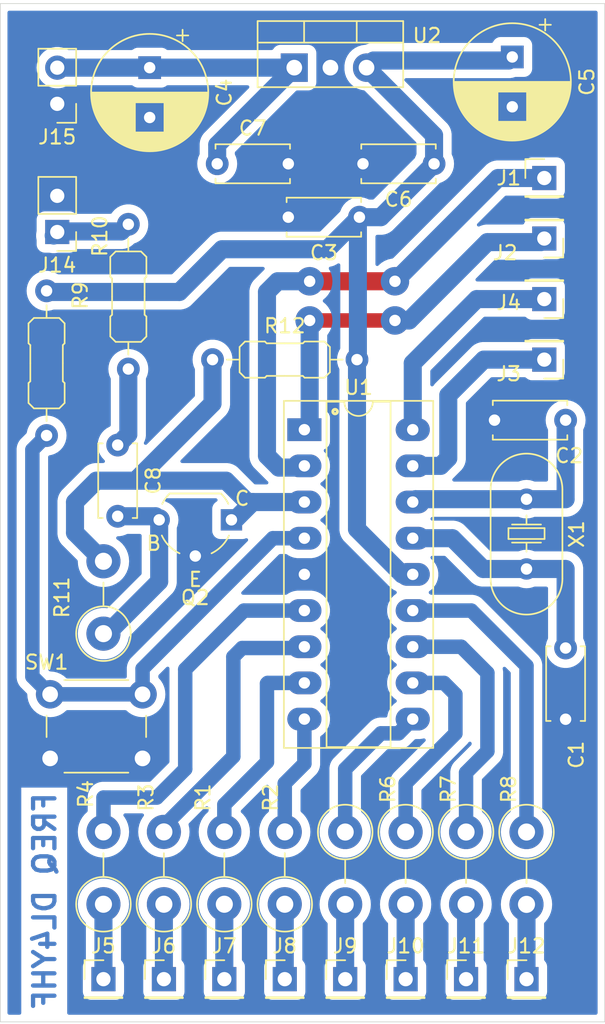
<source format=kicad_pcb>
(kicad_pcb (version 20240108) (generator "pcbnew") (generator_version "8.0")
  (layers (0 "F.Cu" signal) (31 "B.Cu" signal) (34 "B.Paste" user) (35 "F.Paste" user) (36 "B.SilkS" user "B.Silkscreen") (37 "F.SilkS" user "F.Silkscreen") (38 "B.Mask" user) (39 "F.Mask" user) (44 "Edge.Cuts" user))
  (net 0 "")
  (net 1 "Net-(U1-CLKOUT{slash}OSC2{slash}RA6)")
  (net 2 "GND")
  (net 3 "Net-(U1-CLKIN{slash}OSC1{slash}RA7)")
  (net 4 "Net-(J15-Pin_2)")
  (net 5 "Net-(J1-Pin_1)")
  (net 6 "Net-(J5-Pin_1)")
  (net 7 "Net-(J6-Pin_1)")
  (net 8 "Net-(J7-Pin_1)")
  (net 9 "Net-(J8-Pin_1)")
  (net 10 "Net-(J9-Pin_1)")
  (net 11 "Net-(J10-Pin_1)")
  (net 12 "Net-(J11-Pin_1)")
  (net 13 "Net-(J12-Pin_1)")
  (net 14 "Net-(J14-Pin_1)")
  (net 15 "Net-(U1-RB2{slash}TX{slash}CK)")
  (net 16 "Net-(U1-RB3{slash}CCP1)")
  (net 17 "Net-(U1-RB1{slash}RX{slash}DT)")
  (net 18 "Net-(U1-RB0{slash}INT)")
  (net 19 "Net-(U1-RB4{slash}PGM)")
  (net 20 "Net-(U1-RB5)")
  (net 21 "Net-(U1-RB6{slash}T1OSC0{slash}T1CKI{slash}PGC)")
  (net 22 "Net-(U1-RB7{slash}T1OSI{slash}PGD)")
  (net 23 "Net-(U1-~{MCLR}{slash}Vpp{slash}RA5)")
  (net 24 "Net-(U1-VDD)")
  (net 25 "Net-(Q2-B)")
  (net 26 "Net-(C8-Pad1)")
  (net 27 "Net-(J2-Pin_1)")
  (net 28 "Net-(J3-Pin_1)")
  (net 29 "Net-(J4-Pin_1)")
  (net 30 "Net-(Q2-C)")
  (footprint "PCM_Package_DIP_AKL:DIP-18_W7.62mm_Socket_LongPads" (layer "F.Cu") (at 159.63 102.92)
    (property "Reference" "U1" (at 3.81 -2.965 0) (layer "F.SilkS"))
    (property "Value" "PIC16F628-xxIP" (hide yes))
    (pad "1" thru_hole rect (at 0 0) (size 2.4 1.6) (drill 0.8) (layers "*.Cu" "*.Mask") (net 27 "Net-(J2-Pin_1)"))
    (pad "2" thru_hole oval (at 0 2.54) (size 2.4 1.6) (drill 0.8) (layers "*.Cu" "*.Mask") (net 5 "Net-(J1-Pin_1)"))
    (pad "3" thru_hole oval (at 0 5.08) (size 2.4 1.6) (drill 0.8) (layers "*.Cu" "*.Mask") (net 30 "Net-(Q2-C)"))
    (pad "4" thru_hole oval (at 0 7.62) (size 2.4 1.6) (drill 0.8) (layers "*.Cu" "*.Mask") (net 23 "Net-(U1-~{MCLR}{slash}Vpp{slash}RA5)"))
    (pad "5" thru_hole oval (at 0 10.16) (size 2.4 1.6) (drill 0.8) (layers "*.Cu" "*.Mask") (net 2 "GND"))
    (pad "6" thru_hole oval (at 0 12.7) (size 2.4 1.6) (drill 0.8) (layers "*.Cu" "*.Mask") (net 18 "Net-(U1-RB0{slash}INT)"))
    (pad "7" thru_hole oval (at 0 15.24) (size 2.4 1.6) (drill 0.8) (layers "*.Cu" "*.Mask") (net 17 "Net-(U1-RB1{slash}RX{slash}DT)"))
    (pad "8" thru_hole oval (at 0 17.78) (size 2.4 1.6) (drill 0.8) (layers "*.Cu" "*.Mask") (net 15 "Net-(U1-RB2{slash}TX{slash}CK)"))
    (pad "9" thru_hole oval (at 0 20.32) (size 2.4 1.6) (drill 0.8) (layers "*.Cu" "*.Mask") (net 16 "Net-(U1-RB3{slash}CCP1)"))
    (pad "10" thru_hole oval (at 7.62 20.32) (size 2.4 1.6) (drill 0.8) (layers "*.Cu" "*.Mask") (net 19 "Net-(U1-RB4{slash}PGM)"))
    (pad "11" thru_hole oval (at 7.62 17.78) (size 2.4 1.6) (drill 0.8) (layers "*.Cu" "*.Mask") (net 20 "Net-(U1-RB5)"))
    (pad "12" thru_hole oval (at 7.62 15.24) (size 2.4 1.6) (drill 0.8) (layers "*.Cu" "*.Mask") (net 21 "Net-(U1-RB6{slash}T1OSC0{slash}T1CKI{slash}PGC)"))
    (pad "13" thru_hole oval (at 7.62 12.7) (size 2.4 1.6) (drill 0.8) (layers "*.Cu" "*.Mask") (net 22 "Net-(U1-RB7{slash}T1OSI{slash}PGD)"))
    (pad "14" thru_hole oval (at 7.62 10.16) (size 2.4 1.6) (drill 0.8) (layers "*.Cu" "*.Mask") (net 24 "Net-(U1-VDD)"))
    (pad "15" thru_hole oval (at 7.62 7.62) (size 2.4 1.6) (drill 0.8) (layers "*.Cu" "*.Mask") (net 1 "Net-(U1-CLKOUT{slash}OSC2{slash}RA6)"))
    (pad "16" thru_hole oval (at 7.62 5.08) (size 2.4 1.6) (drill 0.8) (layers "*.Cu" "*.Mask") (net 3 "Net-(U1-CLKIN{slash}OSC1{slash}RA7)"))
    (pad "17" thru_hole oval (at 7.62 2.54) (size 2.4 1.6) (drill 0.8) (layers "*.Cu" "*.Mask") (net 28 "Net-(J3-Pin_1)"))
    (pad "18" thru_hole oval (at 7.62 0) (size 2.4 1.6) (drill 0.8) (layers "*.Cu" "*.Mask") (net 29 "Net-(J4-Pin_1)"))
  )
  (footprint "Connector_PinHeader_2.54mm:PinHeader_1x01_P2.54mm_Vertical" (layer "F.Cu") (at 166.75 141.5)
    (property "Reference" "J10" (at 0 -2.33 0) (layer "F.SilkS"))
    (property "Value" "G")
    (pad "1" thru_hole rect (at 0 0) (size 1.7 1.7) (drill 1) (layers "*.Cu" "*.Mask") (net 11 "Net-(J10-Pin_1)"))
  )
  (footprint "Connector_PinHeader_2.54mm:PinHeader_1x01_P2.54mm_Vertical" (layer "F.Cu") (at 162.5 141.5)
    (property "Reference" "J9" (at 0 -2.33 0) (layer "F.SilkS"))
    (property "Value" "F")
    (pad "1" thru_hole rect (at 0 0) (size 1.7 1.7) (drill 1) (layers "*.Cu" "*.Mask") (net 10 "Net-(J9-Pin_1)"))
  )
  (footprint "PCM_Resistor_THT_AKL:R_Axial_DIN0207_L6.3mm_D2.5mm_P10.16mm_Horizontal" (layer "F.Cu") (at 141.5 93.17 -90)
    (property "Reference" "R9" (at 0.33 -2.37 90) (layer "F.SilkS"))
    (property "Value" "10k" (hide yes))
    (pad "1" thru_hole circle (at 0 0 270) (size 1.6 1.6) (drill 0.8) (layers "*.Cu" "*.Mask") (net 24 "Net-(U1-VDD)"))
    (pad "2" thru_hole oval (at 10.16 0 270) (size 1.6 1.6) (drill 0.8) (layers "*.Cu" "*.Mask") (net 23 "Net-(U1-~{MCLR}{slash}Vpp{slash}RA5)"))
  )
  (footprint "Connector_PinHeader_2.54mm:PinHeader_1x02_P2.54mm_Vertical" (layer "F.Cu") (at 142.25 80.04 180)
    (property "Reference" "J15" (at 0 -2.33 0) (layer "F.SilkS"))
    (property "Value" "alim +12V")
    (pad "1" thru_hole rect (at 0 0 180) (size 1.7 1.7) (drill 1) (layers "*.Cu" "*.Mask") (net 2 "GND"))
    (pad "2" thru_hole oval (at 0 2.54 180) (size 1.7 1.7) (drill 1) (layers "*.Cu" "*.Mask") (net 4 "Net-(J15-Pin_2)"))
  )
  (footprint "PCM_Resistor_THT_AKL:R_Axial_DIN0411_L9.9mm_D3.6mm_P5.08mm_Vertical" (layer "F.Cu") (at 158.25 136.24 90)
    (property "Reference" "R2" (at 7.49 -1 90) (layer "F.SilkS"))
    (property "Value" "1k" (hide yes))
    (pad "1" thru_hole circle (at 0 0 90) (size 2.4 2.4) (drill 1.2) (layers "*.Cu" "*.Mask") (net 9 "Net-(J8-Pin_1)"))
    (pad "2" thru_hole oval (at 5.08 0 90) (size 2.4 2.4) (drill 1.2) (layers "*.Cu" "*.Mask") (net 16 "Net-(U1-RB3{slash}CCP1)"))
  )
  (footprint "PCM_Package_TO_SOT_THT_AKL:TO-220-3_Vertical" (layer "F.Cu") (at 158.92 77.5)
    (property "Reference" "U2" (at 9.33 -2.25 0) (layer "F.SilkS"))
    (property "Value" "LM7805CT" (hide yes))
    (pad "1" thru_hole rect (at 0 0) (size 1.905 2) (drill 1.1) (layers "*.Cu" "*.Mask") (net 4 "Net-(J15-Pin_2)"))
    (pad "2" thru_hole oval (at 2.54 0) (size 1.905 2) (drill 1.1) (layers "*.Cu" "*.Mask") (net 2 "GND"))
    (pad "3" thru_hole oval (at 5.08 0) (size 1.905 2) (drill 1.1) (layers "*.Cu" "*.Mask") (net 24 "Net-(U1-VDD)"))
  )
  (footprint "PCM_Resistor_THT_AKL:R_Axial_DIN0411_L9.9mm_D3.6mm_P5.08mm_Vertical" (layer "F.Cu") (at 154 136.24 90)
    (property "Reference" "R1" (at 7.49 -1.5 90) (layer "F.SilkS"))
    (property "Value" "1k" (hide yes))
    (pad "1" thru_hole circle (at 0 0 90) (size 2.4 2.4) (drill 1.2) (layers "*.Cu" "*.Mask") (net 8 "Net-(J7-Pin_1)"))
    (pad "2" thru_hole oval (at 5.08 0 90) (size 2.4 2.4) (drill 1.2) (layers "*.Cu" "*.Mask") (net 15 "Net-(U1-RB2{slash}TX{slash}CK)"))
  )
  (footprint "Connector_PinHeader_2.54mm:PinHeader_1x01_P2.54mm_Vertical" (layer "F.Cu") (at 176.5 85.25)
    (property "Reference" "J1" (at -2.5 0 0) (layer "F.SilkS"))
    (property "Value" "D1")
    (pad "1" thru_hole rect (at 0 0) (size 1.7 1.7) (drill 1) (layers "*.Cu" "*.Mask") (net 5 "Net-(J1-Pin_1)"))
  )
  (footprint "Connector_PinHeader_2.54mm:PinHeader_1x01_P2.54mm_Vertical" (layer "F.Cu") (at 176.5 89.5 180)
    (property "Reference" "J2" (at 2.75 -1 0) (layer "F.SilkS"))
    (property "Value" "D2")
    (pad "1" thru_hole rect (at 0 0 180) (size 1.7 1.7) (drill 1) (layers "*.Cu" "*.Mask") (net 27 "Net-(J2-Pin_1)"))
  )
  (footprint "Capacitor_THT:CP_Radial_D8.0mm_P3.50mm" (layer "F.Cu") (at 174.25 76.75 -90)
    (property "Reference" "C5" (at 1.75 -5.25 90) (layer "F.SilkS"))
    (property "Value" "47u")
    (pad "1" thru_hole rect (at 0 0 270) (size 1.6 1.6) (drill 0.8) (layers "*.Cu" "*.Mask") (net 24 "Net-(U1-VDD)"))
    (pad "2" thru_hole circle (at 3.5 0 270) (size 1.6 1.6) (drill 0.8) (layers "*.Cu" "*.Mask") (net 2 "GND"))
  )
  (footprint "Connector_PinHeader_2.54mm:PinHeader_1x01_P2.54mm_Vertical" (layer "F.Cu") (at 175.25 141.5)
    (property "Reference" "J12" (at 0 -2.33 0) (layer "F.SilkS"))
    (property "Value" "B")
    (pad "1" thru_hole rect (at 0 0) (size 1.7 1.7) (drill 1) (layers "*.Cu" "*.Mask") (net 13 "Net-(J12-Pin_1)"))
  )
  (footprint "Capacitor_THT:C_Disc_D5.0mm_W2.5mm_P5.00mm" (layer "F.Cu") (at 168.75 84.25 180)
    (property "Reference" "C6" (at 2.5 -2.5 0) (layer "F.SilkS"))
    (property "Value" "100n")
    (pad "1" thru_hole circle (at 0 0 180) (size 1.6 1.6) (drill 0.8) (layers "*.Cu" "*.Mask") (net 24 "Net-(U1-VDD)"))
    (pad "2" thru_hole circle (at 5 0 180) (size 1.6 1.6) (drill 0.8) (layers "*.Cu" "*.Mask") (net 2 "GND"))
  )
  (footprint "Connector_PinHeader_2.54mm:PinHeader_1x02_P2.54mm_Vertical" (layer "F.Cu") (at 142.25 89.04 180)
    (property "Reference" "J14" (at 0 -2.33 0) (layer "F.SilkS"))
    (property "Value" "IN F")
    (pad "1" thru_hole rect (at 0 0 180) (size 1.7 1.7) (drill 1) (layers "*.Cu" "*.Mask") (net 14 "Net-(J14-Pin_1)"))
    (pad "2" thru_hole oval (at 0 2.54 180) (size 1.7 1.7) (drill 1) (layers "*.Cu" "*.Mask") (net 2 "GND"))
  )
  (footprint "Connector_PinHeader_2.54mm:PinHeader_1x01_P2.54mm_Vertical" (layer "F.Cu") (at 176.5 98 180)
    (property "Reference" "J3" (at 2.5 -1 0) (layer "F.SilkS"))
    (property "Value" "D3")
    (pad "1" thru_hole rect (at 0 0 180) (size 1.7 1.7) (drill 1) (layers "*.Cu" "*.Mask") (net 28 "Net-(J3-Pin_1)"))
  )
  (footprint "PCM_Resistor_THT_AKL:R_Axial_DIN0207_L6.3mm_D2.5mm_P10.16mm_Horizontal" (layer "F.Cu") (at 147.25 88.5 -90)
    (property "Reference" "R10" (at 0.83 2 90) (layer "F.SilkS"))
    (property "Value" "330" (hide yes))
    (pad "1" thru_hole circle (at 0 0 270) (size 1.6 1.6) (drill 0.8) (layers "*.Cu" "*.Mask") (net 14 "Net-(J14-Pin_1)"))
    (pad "2" thru_hole oval (at 10.16 0 270) (size 1.6 1.6) (drill 0.8) (layers "*.Cu" "*.Mask") (net 26 "Net-(C8-Pad1)"))
  )
  (footprint "Button_Switch_THT:SW_PUSH_6mm" (layer "F.Cu") (at 141.75 121.5)
    (property "Reference" "SW1" (at -0.25 -2.25 0) (layer "F.SilkS"))
    (property "Value" "PRG")
    (pad "1" thru_hole circle (at 0 0 90) (size 2 2) (drill 1.1) (layers "*.Cu" "*.Mask") (net 23 "Net-(U1-~{MCLR}{slash}Vpp{slash}RA5)"))
    (pad "1" thru_hole circle (at 6.5 0 90) (size 2 2) (drill 1.1) (layers "*.Cu" "*.Mask") (net 23 "Net-(U1-~{MCLR}{slash}Vpp{slash}RA5)"))
    (pad "2" thru_hole circle (at 0 4.5 90) (size 2 2) (drill 1.1) (layers "*.Cu" "*.Mask") (net 2 "GND"))
    (pad "2" thru_hole circle (at 6.5 4.5 90) (size 2 2) (drill 1.1) (layers "*.Cu" "*.Mask") (net 2 "GND"))
  )
  (footprint "Connector_PinHeader_2.54mm:PinHeader_1x01_P2.54mm_Vertical" (layer "F.Cu") (at 158.25 141.5)
    (property "Reference" "J8" (at 0 -2.33 0) (layer "F.SilkS"))
    (property "Value" "E")
    (pad "1" thru_hole rect (at 0 0) (size 1.7 1.7) (drill 1) (layers "*.Cu" "*.Mask") (net 9 "Net-(J8-Pin_1)"))
  )
  (footprint "PCM_Crystal_AKL:Crystal_HC18-U_Vertical" (layer "F.Cu") (at 175.25 107.8 -90)
    (property "Reference" "X1" (at 2.45 -3.525 90) (layer "F.SilkS"))
    (property "Value" "20MHz" (hide yes))
    (pad "1" thru_hole circle (at 0 0 270) (size 1.5 1.5) (drill 0.8) (layers "*.Cu" "*.Mask") (net 3 "Net-(U1-CLKIN{slash}OSC1{slash}RA7)"))
    (pad "2" thru_hole circle (at 4.9 0 270) (size 1.5 1.5) (drill 0.8) (layers "*.Cu" "*.Mask") (net 1 "Net-(U1-CLKOUT{slash}OSC2{slash}RA6)"))
  )
  (footprint "PCM_Resistor_THT_AKL:R_Axial_DIN0411_L9.9mm_D3.6mm_P5.08mm_Vertical" (layer "F.Cu") (at 162.5 131.17 -90)
    (property "Reference" "R5" (hide yes))
    (property "Value" "1k" (hide yes))
    (pad "1" thru_hole circle (at 0 0 270) (size 2.4 2.4) (drill 1.2) (layers "*.Cu" "*.Mask") (net 19 "Net-(U1-RB4{slash}PGM)"))
    (pad "2" thru_hole oval (at 5.08 0 270) (size 2.4 2.4) (drill 1.2) (layers "*.Cu" "*.Mask") (net 10 "Net-(J9-Pin_1)"))
  )
  (footprint "PCM_Resistor_THT_AKL:R_Axial_DIN0411_L9.9mm_D3.6mm_P5.08mm_Vertical" (layer "F.Cu") (at 166.75 131.17 -90)
    (property "Reference" "R6" (at -3.01 1.25 -90) (layer "F.SilkS"))
    (property "Value" "1k" (hide yes))
    (pad "1" thru_hole circle (at 0 0 270) (size 2.4 2.4) (drill 1.2) (layers "*.Cu" "*.Mask") (net 20 "Net-(U1-RB5)"))
    (pad "2" thru_hole oval (at 5.08 0 270) (size 2.4 2.4) (drill 1.2) (layers "*.Cu" "*.Mask") (net 11 "Net-(J10-Pin_1)"))
  )
  (footprint "PCM_Package_TO_SOT_THT_AKL:TO-92_Wide_CEB" (layer "F.Cu") (at 154.5 109.25 180)
    (property "Reference" "Q2" (at 2.55 -5.461 0) (layer "F.SilkS"))
    (property "Value" "BF199" (hide yes))
    (fp_text user "B" (at 5.461 -1.651 0) (layer "F.SilkS"))
    (fp_text user "C" (at -0.75 1.5 0) (layer "F.SilkS"))
    (fp_text user "E" (at 2.54 -4.191 0) (layer "F.SilkS"))
    (pad "1" thru_hole rect (at 0 0 270) (size 1.5 1.5) (drill 0.8) (layers "*.Cu" "*.Mask") (net 30 "Net-(Q2-C)"))
    (pad "2" thru_hole circle (at 2.54 -2.54 270) (size 1.5 1.5) (drill 0.8) (layers "*.Cu" "*.Mask") (net 2 "GND"))
    (pad "3" thru_hole circle (at 5.08 0 270) (size 1.5 1.5) (drill 0.8) (layers "*.Cu" "*.Mask") (net 25 "Net-(Q2-B)"))
  )
  (footprint "Connector_PinHeader_2.54mm:PinHeader_1x01_P2.54mm_Vertical" (layer "F.Cu") (at 154 141.5)
    (property "Reference" "J7" (at 0 -2.33 0) (layer "F.SilkS"))
    (property "Value" "C")
    (pad "1" thru_hole rect (at 0 0) (size 1.7 1.7) (drill 1) (layers "*.Cu" "*.Mask") (net 8 "Net-(J7-Pin_1)"))
  )
  (footprint "PCM_Resistor_THT_AKL:R_Axial_DIN0207_L6.3mm_D2.5mm_P10.16mm_Horizontal" (layer "F.Cu") (at 153.17 98)
    (property "Reference" "R12" (at 5.08 -2.37 0) (layer "F.SilkS"))
    (property "Value" "560" (hide yes))
    (pad "1" thru_hole circle (at 0 0) (size 1.6 1.6) (drill 0.8) (layers "*.Cu" "*.Mask") (net 30 "Net-(Q2-C)"))
    (pad "2" thru_hole oval (at 10.16 0) (size 1.6 1.6) (drill 0.8) (layers "*.Cu" "*.Mask") (net 24 "Net-(U1-VDD)"))
  )
  (footprint "Connector_PinHeader_2.54mm:PinHeader_1x01_P2.54mm_Vertical" (layer "F.Cu") (at 149.75 141.5)
    (property "Reference" "J6" (at 0 -2.33 0) (layer "F.SilkS"))
    (property "Value" "DP")
    (pad "1" thru_hole rect (at 0 0) (size 1.7 1.7) (drill 1) (layers "*.Cu" "*.Mask") (net 7 "Net-(J6-Pin_1)"))
  )
  (footprint "Capacitor_THT:C_Disc_D5.0mm_W2.5mm_P5.00mm" (layer "F.Cu") (at 146.5 104 -90)
    (property "Reference" "C8" (at 2.5 -2.5 90) (layer "F.SilkS"))
    (property "Value" "10n")
    (pad "1" thru_hole circle (at 0 0 270) (size 1.6 1.6) (drill 0.8) (layers "*.Cu" "*.Mask") (net 26 "Net-(C8-Pad1)"))
    (pad "2" thru_hole circle (at 5 0 270) (size 1.6 1.6) (drill 0.8) (layers "*.Cu" "*.Mask") (net 25 "Net-(Q2-B)"))
  )
  (footprint "PCM_Resistor_THT_AKL:R_Axial_DIN0411_L9.9mm_D3.6mm_P5.08mm_Vertical" (layer "F.Cu") (at 171 131.17 -90)
    (property "Reference" "R7" (at -3.01 1.25 -90) (layer "F.SilkS"))
    (property "Value" "1k" (hide yes))
    (pad "1" thru_hole circle (at 0 0 270) (size 2.4 2.4) (drill 1.2) (layers "*.Cu" "*.Mask") (net 21 "Net-(U1-RB6{slash}T1OSC0{slash}T1CKI{slash}PGC)"))
    (pad "2" thru_hole oval (at 5.08 0 270) (size 2.4 2.4) (drill 1.2) (layers "*.Cu" "*.Mask") (net 12 "Net-(J11-Pin_1)"))
  )
  (footprint "PCM_Resistor_THT_AKL:R_Axial_DIN0411_L9.9mm_D3.6mm_P5.08mm_Vertical" (layer "F.Cu") (at 145.5 117.24 90)
    (property "Reference" "R11" (at 2.54 -2.92 90) (layer "F.SilkS"))
    (property "Value" "27k" (hide yes))
    (pad "1" thru_hole circle (at 0 0 90) (size 2.4 2.4) (drill 1.2) (layers "*.Cu" "*.Mask") (net 25 "Net-(Q2-B)"))
    (pad "2" thru_hole oval (at 5.08 0 90) (size 2.4 2.4) (drill 1.2) (layers "*.Cu" "*.Mask") (net 30 "Net-(Q2-C)"))
  )
  (footprint "PCM_Resistor_THT_AKL:R_Axial_DIN0411_L9.9mm_D3.6mm_P5.08mm_Vertical" (layer "F.Cu") (at 145.5 136.24 90)
    (property "Reference" "R4" (at 7.74 -1.25 90) (layer "F.SilkS"))
    (property "Value" "1k" (hide yes))
    (pad "1" thru_hole circle (at 0 0 90) (size 2.4 2.4) (drill 1.2) (layers "*.Cu" "*.Mask") (net 6 "Net-(J5-Pin_1)"))
    (pad "2" thru_hole oval (at 5.08 0 90) (size 2.4 2.4) (drill 1.2) (layers "*.Cu" "*.Mask") (net 18 "Net-(U1-RB0{slash}INT)"))
  )
  (footprint "Capacitor_THT:C_Disc_D5.0mm_W2.5mm_P5.00mm" (layer "F.Cu") (at 153.5 84.25)
    (property "Reference" "C7" (at 2.5 -2.5 0) (layer "F.SilkS"))
    (property "Value" "100n")
    (pad "1" thru_hole circle (at 0 0) (size 1.6 1.6) (drill 0.8) (layers "*.Cu" "*.Mask") (net 4 "Net-(J15-Pin_2)"))
    (pad "2" thru_hole circle (at 5 0) (size 1.6 1.6) (drill 0.8) (layers "*.Cu" "*.Mask") (net 2 "GND"))
  )
  (footprint "PCM_Resistor_THT_AKL:R_Axial_DIN0411_L9.9mm_D3.6mm_P5.08mm_Vertical" (layer "F.Cu") (at 175.25 131.17 -90)
    (property "Reference" "R8" (at -3.01 1.25 -90) (layer "F.SilkS"))
    (property "Value" "1k" (hide yes))
    (pad "1" thru_hole circle (at 0 0 270) (size 2.4 2.4) (drill 1.2) (layers "*.Cu" "*.Mask") (net 22 "Net-(U1-RB7{slash}T1OSI{slash}PGD)"))
    (pad "2" thru_hole oval (at 5.08 0 270) (size 2.4 2.4) (drill 1.2) (layers "*.Cu" "*.Mask") (net 13 "Net-(J12-Pin_1)"))
  )
  (footprint "Connector_PinHeader_2.54mm:PinHeader_1x01_P2.54mm_Vertical" (layer "F.Cu") (at 176.5 93.75 180)
    (property "Reference" "J4" (at 2.5 -0.25 0) (layer "F.SilkS"))
    (property "Value" "D4")
    (pad "1" thru_hole rect (at 0 0 180) (size 1.7 1.7) (drill 1) (layers "*.Cu" "*.Mask") (net 29 "Net-(J4-Pin_1)"))
  )
  (footprint "Connector_PinHeader_2.54mm:PinHeader_1x01_P2.54mm_Vertical" (layer "F.Cu") (at 145.5 141.5)
    (property "Reference" "J5" (at 0 -2.33 0) (layer "F.SilkS"))
    (property "Value" "D")
    (pad "1" thru_hole rect (at 0 0) (size 1.7 1.7) (drill 1) (layers "*.Cu" "*.Mask") (net 6 "Net-(J5-Pin_1)"))
  )
  (footprint "PCM_Resistor_THT_AKL:R_Axial_DIN0411_L9.9mm_D3.6mm_P5.08mm_Vertical" (layer "F.Cu") (at 149.75 136.24 90)
    (property "Reference" "R3" (at 7.49 -1.25 90) (layer "F.SilkS"))
    (property "Value" "1k" (hide yes))
    (pad "1" thru_hole circle (at 0 0 90) (size 2.4 2.4) (drill 1.2) (layers "*.Cu" "*.Mask") (net 7 "Net-(J6-Pin_1)"))
    (pad "2" thru_hole oval (at 5.08 0 90) (size 2.4 2.4) (drill 1.2) (layers "*.Cu" "*.Mask") (net 17 "Net-(U1-RB1{slash}RX{slash}DT)"))
  )
  (footprint "Capacitor_THT:C_Disc_D5.0mm_W2.5mm_P5.00mm" (layer "F.Cu") (at 178 102.25 180)
    (property "Reference" "C2" (at -0.25 -2.5 0) (layer "F.SilkS"))
    (property "Value" "22")
    (pad "1" thru_hole circle (at 0 0 180) (size 1.6 1.6) (drill 0.8) (layers "*.Cu" "*.Mask") (net 3 "Net-(U1-CLKIN{slash}OSC1{slash}RA7)"))
    (pad "2" thru_hole circle (at 5 0 180) (size 1.6 1.6) (drill 0.8) (layers "*.Cu" "*.Mask") (net 2 "GND"))
  )
  (footprint "Capacitor_THT:C_Disc_D5.0mm_W2.5mm_P5.00mm" (layer "F.Cu") (at 163.5 88 180)
    (property "Reference" "C3" (at 2.5 -2.5 0) (layer "F.SilkS"))
    (property "Value" "100n")
    (pad "1" thru_hole circle (at 0 0 180) (size 1.6 1.6) (drill 0.8) (layers "*.Cu" "*.Mask") (net 24 "Net-(U1-VDD)"))
    (pad "2" thru_hole circle (at 5 0 180) (size 1.6 1.6) (drill 0.8) (layers "*.Cu" "*.Mask") (net 2 "GND"))
  )
  (footprint "Capacitor_THT:C_Disc_D5.0mm_W2.5mm_P5.00mm" (layer "F.Cu") (at 178 118.25 -90)
    (property "Reference" "C1" (at 7.5 -0.75 90) (layer "F.SilkS"))
    (property "Value" "22")
    (pad "1" thru_hole circle (at 0 0 270) (size 1.6 1.6) (drill 0.8) (layers "*.Cu" "*.Mask") (net 1 "Net-(U1-CLKOUT{slash}OSC2{slash}RA6)"))
    (pad "2" thru_hole circle (at 5 0 270) (size 1.6 1.6) (drill 0.8) (layers "*.Cu" "*.Mask") (net 2 "GND"))
  )
  (footprint "Capacitor_THT:CP_Radial_D8.0mm_P3.50mm" (layer "F.Cu") (at 148.75 77.5 -90)
    (property "Reference" "C4" (at 1.75 -5.25 90) (layer "F.SilkS"))
    (property "Value" "470u")
    (pad "1" thru_hole rect (at 0 0 270) (size 1.6 1.6) (drill 0.8) (layers "*.Cu" "*.Mask") (net 4 "Net-(J15-Pin_2)"))
    (pad "2" thru_hole circle (at 3.5 0 270) (size 1.6 1.6) (drill 0.8) (layers "*.Cu" "*.Mask") (net 2 "GND"))
  )
  (footprint "Connector_PinHeader_2.54mm:PinHeader_1x01_P2.54mm_Vertical" (layer "F.Cu") (at 171 141.5)
    (property "Reference" "J11" (at 0 -2.33 0) (layer "F.SilkS"))
    (property "Value" "A")
    (pad "1" thru_hole rect (at 0 0) (size 1.7 1.7) (drill 1) (layers "*.Cu" "*.Mask") (net 12 "Net-(J11-Pin_1)"))
  )
  (gr_rect (start 138.25 73) (end 180.75 144.5) (stroke (width 0.05)) (fill none) (layer "Edge.Cuts"))
  (gr_text "FREQ DL4YHF" (at 142.25 128.25 90) (layer "B.Cu") (effects (font (size 1.5 1.5) (thickness 0.3) (bold yes)) (justify left bottom mirror)))
  (segment (start 178 118.25) (end 178 112.7) (width 1.27) (layer "B.Cu") (net 1))
  (segment (start 178 112.7) (end 172.2 112.7) (width 1.27) (layer "B.Cu") (net 1))
  (segment (start 170.04 110.54) (end 167.25 110.54) (width 1.27) (layer "B.Cu") (net 1))
  (segment (start 172.2 112.7) (end 170.04 110.54) (width 1.27) (layer "B.Cu") (net 1))
  (segment (start 167.25 108) (end 167.45 107.8) (width 1.27) (layer "B.Cu") (net 3))
  (segment (start 178 107.8) (end 178 102.25) (width 1.27) (layer "B.Cu") (net 3))
  (segment (start 167.45 107.8) (end 178 107.8) (width 1.27) (layer "B.Cu") (net 3))
  (segment (start 148.75 77.5) (end 158.92 77.5) (width 1.27) (layer "B.Cu") (net 4))
  (segment (start 142.25 77.5) (end 148.75 77.5) (width 1.27) (layer "B.Cu") (net 4))
  (segment (start 153.5 82.92) (end 158.92 77.5) (width 1.27) (layer "B.Cu") (net 4))
  (segment (start 153.5 84.25) (end 153.5 82.92) (width 1.27) (layer "B.Cu") (net 4))
  (segment (start 160 92.5) (end 166 92.5) (width 1.27) (layer "F.Cu") (net 5))
  (via (at 166 92.5) (size 2) (drill 0.8) (layers "F.Cu" "B.Cu") (net 5))
  (via (at 160 92.5) (size 2) (drill 0.8) (layers "F.Cu" "B.Cu") (net 5))
  (segment (start 159.51 105.58) (end 159.63 105.46) (width 1.27) (layer "B.Cu") (net 5))
  (segment (start 157 93.25) (end 157 104.75) (width 1.27) (layer "B.Cu") (net 5))
  (segment (start 173.25 85.25) (end 176.5 85.25) (width 1.27) (layer "B.Cu") (net 5))
  (segment (start 157.75 92.5) (end 157 93.25) (width 1.27) (layer "B.Cu") (net 5))
  (segment (start 157 104.75) (end 157.83 105.58) (width 1.27) (layer "B.Cu") (net 5))
  (segment (start 157.83 105.58) (end 159.51 105.58) (width 1.27) (layer "B.Cu") (net 5))
  (segment (start 160 92.5) (end 157.75 92.5) (width 1.27) (layer "B.Cu") (net 5))
  (segment (start 166 92.5) (end 173.25 85.25) (width 1.27) (layer "B.Cu") (net 5))
  (segment (start 145.5 136.24) (end 145.5 141.5) (width 1.27) (layer "B.Cu") (net 6))
  (segment (start 149.75 136.24) (end 149.75 141.5) (width 1.27) (layer "B.Cu") (net 7))
  (segment (start 154 136.24) (end 154 141.5) (width 1.27) (layer "B.Cu") (net 8))
  (segment (start 158.25 136.24) (end 158.25 141.5) (width 1.27) (layer "B.Cu") (net 9))
  (segment (start 162.5 136.25) (end 162.5 141.5) (width 1.27) (layer "B.Cu") (net 10))
  (segment (start 166.75 136.25) (end 166.75 141.5) (width 1.27) (layer "B.Cu") (net 11))
  (segment (start 171 136.25) (end 171 141.5) (width 1.27) (layer "B.Cu") (net 12))
  (segment (start 175.25 136.25) (end 175.25 141.5) (width 1.27) (layer "B.Cu") (net 13))
  (segment (start 147.25 88.5) (end 146.75 89) (width 1.27) (layer "B.Cu") (net 14))
  (segment (start 142.25 89.04) (end 142 89.29) (width 1.27) (layer "B.Cu") (net 14))
  (segment (start 146.75 89) (end 142.29 89) (width 1.27) (layer "B.Cu") (net 14))
  (segment (start 142.29 89) (end 142.25 89.04) (width 1.27) (layer "B.Cu") (net 14))
  (segment (start 159.63 120.7) (end 157.05 120.7) (width 1.016) (layer "B.Cu") (net 15))
  (segment (start 157 126.25) (end 154 129.25) (width 1.016) (layer "B.Cu") (net 15))
  (segment (start 154 129.25) (end 154 131.16) (width 1.016) (layer "B.Cu") (net 15))
  (segment (start 157 120.75) (end 157 126.25) (width 1.016) (layer "B.Cu") (net 15))
  (segment (start 157.05 120.7) (end 157 120.75) (width 1.016) (layer "B.Cu") (net 15))
  (segment (start 159.63 126.37) (end 158.25 127.75) (width 1.016) (layer "B.Cu") (net 16))
  (segment (start 158.25 127.75) (end 158.25 131.16) (width 1.016) (layer "B.Cu") (net 16))
  (segment (start 159.63 123.24) (end 159.63 126.37) (width 1.016) (layer "B.Cu") (net 16))
  (segment (start 154.634 118.866) (end 154.634 125.866) (width 1.016) (layer "B.Cu") (net 17))
  (segment (start 155.25 118.25) (end 154.634 118.866) (width 1.016) (layer "B.Cu") (net 17))
  (segment (start 159.23 118.16) (end 159.14 118.25) (width 1.016) (layer "B.Cu") (net 17))
  (segment (start 159.63 118.16) (end 159.23 118.16) (width 1.016) (layer "B.Cu") (net 17))
  (segment (start 154.634 125.866) (end 149.75 130.75) (width 1.016) (layer "B.Cu") (net 17))
  (segment (start 149.75 130.75) (end 149.75 131.16) (width 1.016) (layer "B.Cu") (net 17))
  (segment (start 159.14 118.25) (end 155.25 118.25) (width 1.016) (layer "B.Cu") (net 17))
  (segment (start 159.63 115.62) (end 155.38 115.62) (width 1.016) (layer "B.Cu") (net 18))
  (segment (start 151.25 126.75) (end 149.25 128.75) (width 1.016) (layer "B.Cu") (net 18))
  (segment (start 149.25 128.75) (end 145.5 128.75) (width 1.016) (layer "B.Cu") (net 18))
  (segment (start 155.38 115.62) (end 151.25 119.75) (width 1.016) (layer "B.Cu") (net 18))
  (segment (start 151.25 119.75) (end 151.25 126.75) (width 1.016) (layer "B.Cu") (net 18))
  (segment (start 145.5 128.75) (end 145.5 131.16) (width 1.016) (layer "B.Cu") (net 18))
  (segment (start 167.25 123.24) (end 166.25 124.24) (width 1.016) (layer "B.Cu") (net 19))
  (segment (start 162.5 126.75) (end 162.5 131.76) (width 1.016) (layer "B.Cu") (net 19))
  (segment (start 165.01 124.24) (end 162.5 126.75) (width 1.016) (layer "B.Cu") (net 19))
  (segment (start 166.25 124.24) (end 165.01 124.24) (width 1.016) (layer "B.Cu") (net 19))
  (segment (start 170.25 124.25) (end 166.75 127.75) (width 1.016) (layer "B.Cu") (net 20))
  (segment (start 167.25 120.7) (end 169.45 120.7) (width 1.016) (layer "B.Cu") (net 20))
  (segment (start 166.5 131.51) (end 166.75 131.76) (width 1.016) (layer "B.Cu") (net 20))
  (segment (start 169.45 120.7) (end 170.25 121.5) (width 1.016) (layer "B.Cu") (net 20))
  (segment (start 166.75 127.75) (end 166.75 131.76) (width 1.016) (layer "B.Cu") (net 20))
  (segment (start 170.25 121.5) (end 170.25 124.25) (width 1.016) (layer "B.Cu") (net 20))
  (segment (start 167.25 118.16) (end 170.66 118.16) (width 1.016) (layer "B.Cu") (net 21))
  (segment (start 170.66 118.16) (end 172.5 120) (width 1.016) (layer "B.Cu") (net 21))
  (segment (start 172.5 125.5) (end 171 127) (width 1.016) (layer "B.Cu") (net 21))
  (segment (start 172.5 120) (end 172.5 125.5) (width 1.016) (layer "B.Cu") (net 21))
  (segment (start 171 127) (end 171 131.76) (width 1.016) (layer "B.Cu") (net 21))
  (segment (start 171.37 115.62) (end 175.25 119.5) (width 1.016) (layer "B.Cu") (net 22))
  (segment (start 175.25 119.5) (end 175.25 131.76) (width 1.016) (layer "B.Cu") (net 22))
  (segment (start 167.25 115.62) (end 171.37 115.62) (width 1.016) (layer "B.Cu") (net 22))
  (segment (start 159.63 110.54) (end 157.414 110.54) (width 1.016) (layer "B.Cu") (net 23))
  (segment (start 140.5 104.33) (end 141.5 103.33) (width 1.016) (layer "B.Cu") (net 23))
  (segment (start 148.25 119.704) (end 148.25 121.5) (width 1.016) (layer "B.Cu") (net 23))
  (segment (start 141.75 121.5) (end 140.5 120.25) (width 1.016) (layer "B.Cu") (net 23))
  (segment (start 157.414 110.54) (end 148.25 119.704) (width 1.016) (layer "B.Cu") (net 23))
  (segment (start 140.5 120.25) (end 140.5 104.33) (width 1.016) (layer "B.Cu") (net 23))
  (segment (start 148.25 121.5) (end 141.75 121.5) (width 1.016) (layer "B.Cu") (net 23))
  (segment (start 164 77.5) (end 164.5 77) (width 1.27) (layer "B.Cu") (net 24))
  (segment (start 165 88) (end 168.75 84.25) (width 1.27) (layer "B.Cu") (net 24))
  (segment (start 163.5 88) (end 165 88) (width 1.27) (layer "B.Cu") (net 24))
  (segment (start 163.392 88.108) (end 163.5 88) (width 1.27) (layer "B.Cu") (net 24))
  (segment (start 163.392 91.25) (end 163.392 88.108) (width 1.27) (layer "B.Cu") (net 24))
  (segment (start 168.75 84.25) (end 168.75 82.25) (width 1.27) (layer "B.Cu") (net 24))
  (segment (start 166.512075 113.08) (end 163.33 109.897925) (width 1.27) (layer "B.Cu") (net 24))
  (segment (start 174 77) (end 174.25 76.75) (width 1.27) (layer "B.Cu") (net 24))
  (segment (start 168.75 82.25) (end 164 77.5) (width 1.27) (layer "B.Cu") (net 24))
  (segment (start 163.5 88) (end 161.25 90.25) (width 1.27) (layer "B.Cu") (net 24))
  (segment (start 161.25 90.25) (end 153.84 90.25) (width 1.27) (layer "B.Cu") (net 24))
  (segment (start 150.84 93.25) (end 141.5 93.25) (width 1.27) (layer "B.Cu") (net 24))
  (segment (start 163.33 98) (end 163.392 97.938) (width 1.27) (layer "B.Cu") (net 24))
  (segment (start 167.25 113.08) (end 166.512075 113.08) (width 1.27) (layer "B.Cu") (net 24))
  (segment (start 164.5 77) (end 174 77) (width 1.27) (layer "B.Cu") (net 24))
  (segment (start 163.33 109.897925) (end 163.33 98) (width 1.27) (layer "B.Cu") (net 24))
  (segment (start 153.84 90.25) (end 150.84 93.25) (width 1.27) (layer "B.Cu") (net 24))
  (segment (start 163.392 97.938) (end 163.392 91.25) (width 1.27) (layer "B.Cu") (net 24))
  (segment (start 149.42 109.25) (end 149.42 113.58) (width 1.27) (layer "B.Cu") (net 25))
  (segment (start 149.17 109) (end 149.42 109.25) (width 1.27) (layer "B.Cu") (net 25))
  (segment (start 149.42 113.58) (end 145.76 117.24) (width 1.27) (layer "B.Cu") (net 25))
  (segment (start 146.5 109) (end 149.17 109) (width 1.27) (layer "B.Cu") (net 25))
  (segment (start 145.76 117.24) (end 145.5 117.24) (width 1.27) (layer "B.Cu") (net 25))
  (segment (start 147.25 103.25) (end 147.25 98.66) (width 1.27) (layer "B.Cu") (net 26))
  (segment (start 146.5 104) (end 147.25 103.25) (width 1.27) (layer "B.Cu") (net 26))
  (segment (start 160 95.25) (end 166 95.25) (width 1.016) (layer "F.Cu") (net 27))
  (via (at 166 95.25) (size 2) (drill 0.8) (layers "F.Cu" "B.Cu") (net 27))
  (via (at 160 95.25) (size 2) (drill 0.8) (layers "F.Cu" "B.Cu") (net 27))
  (segment (start 160 95.25) (end 160 102.55) (width 1.27) (layer "B.Cu") (net 27))
  (segment (start 172.5 89.75) (end 176.25 89.75) (width 1.27) (layer "B.Cu") (net 27))
  (segment (start 176.25 89.75) (end 176.5 89.5) (width 1.27) (layer "B.Cu") (net 27))
  (segment (start 159.63 102.92) (end 159.8 102.75) (width 1.016) (layer "B.Cu") (net 27))
  (segment (start 160 102.55) (end 159.63 102.92) (width 1.016) (layer "B.Cu") (net 27))
  (segment (start 166 95.25) (end 167 95.25) (width 1.27) (layer "B.Cu") (net 27))
  (segment (start 167 95.25) (end 172.5 89.75) (width 1.27) (layer "B.Cu") (net 27))
  (segment (start 169.75 100.5) (end 169.75 104.92) (width 1.27) (layer "B.Cu") (net 28))
  (segment (start 172.25 98) (end 169.75 100.5) (width 1.27) (layer "B.Cu") (net 28))
  (segment (start 169.21 105.46) (end 167.25 105.46) (width 1.27) (layer "B.Cu") (net 28))
  (segment (start 169.75 104.92) (end 169.21 105.46) (width 1.27) (layer "B.Cu") (net 28))
  (segment (start 176.5 98) (end 172.25 98) (width 1.27) (layer "B.Cu") (net 28))
  (segment (start 167.25 102.92) (end 167.25 98.25) (width 1.27) (layer "B.Cu") (net 29))
  (segment (start 167.25 98.25) (end 171.75 93.75) (width 1.27) (layer "B.Cu") (net 29))
  (segment (start 171.75 93.75) (end 176.5 93.75) (width 1.27) (layer "B.Cu") (net 29))
  (segment (start 155.61863 108) (end 156 108) (width 1.27) (layer "B.Cu") (net 30))
  (segment (start 143.5 110.16) (end 145.5 112.16) (width 1.27) (layer "B.Cu") (net 30))
  (segment (start 154.75 109.25) (end 156 108) (width 1.27) (layer "B.Cu") (net 30))
  (segment (start 143.5 108) (end 143.5 110.16) (width 1.27) (layer "B.Cu") (net 30))
  (segment (start 156 108) (end 159.63 108) (width 1.27) (layer "B.Cu") (net 30))
  (segment (start 153.17 101.08) (end 153.17 98.25) (width 1.27) (layer "B.Cu") (net 30))
  (segment (start 147.75 106.5) (end 145 106.5) (width 1.27) (layer "B.Cu") (net 30))
  (segment (start 147.75 106.5) (end 154.11863 106.5) (width 1.27) (layer "B.Cu") (net 30))
  (segment (start 147.75 106.5) (end 153.17 101.08) (width 1.27) (layer "B.Cu") (net 30))
  (segment (start 145 106.5) (end 143.5 108) (width 1.27) (layer "B.Cu") (net 30))
  (segment (start 154.5 109.25) (end 154.75 109.25) (width 1.27) (layer "B.Cu") (net 30))
  (segment (start 154.11863 106.5) (end 155.61863 108) (width 1.27) (layer "B.Cu") (net 30))
  (zone (net 2) (net_name "GND") (layer "B.Cu") (connect_pads yes (clearance 0.5)) (min_thickness 0.25) (fill yes (thermal_gap 0.5) (thermal_bridge_width 0.5))
    (polygon (pts (xy 138.25 73) (xy 180.75 72.75) (xy 180.75 144.5) (xy 138.25 144.5)))
  )
)
</source>
